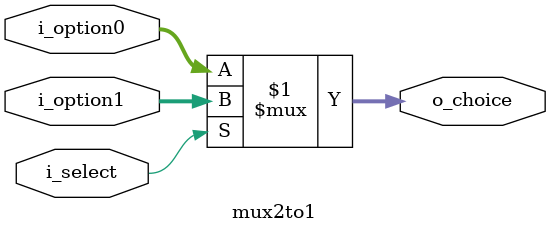
<source format=v>
`timescale 1ns / 1ps

module  mux2to1 #
                (
                    parameter DATA_WIDTH    = 32
                )
                (
                    input  [DATA_WIDTH-1:0] i_option0,
                    input  [DATA_WIDTH-1:0] i_option1,
                    input                   i_select,
                    output [DATA_WIDTH-1:0] o_choice
                );
                
    assign o_choice = i_select ? i_option1 : i_option0;

endmodule  //mux2to1
</source>
